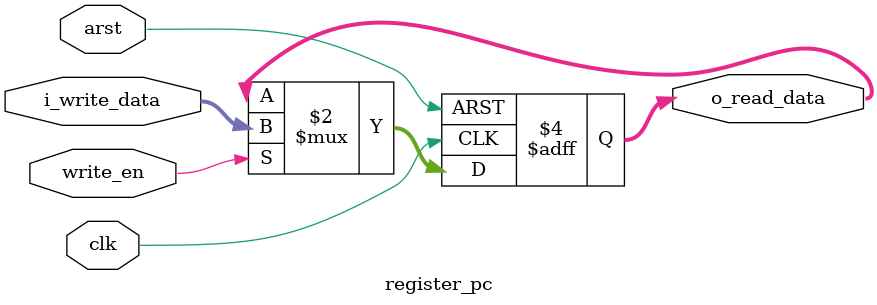
<source format=sv>
/* Copyright (c) 2024 Maveric NU. All rights reserved. */

// ---------------------------------------------------------------------
// This is a nonarchitectural register with write enable signal for PC.
// ---------------------------------------------------------------------

module register_pc
// Parameters.
#(
    parameter DATA_WIDTH = 32
)
// Port decleration.
(
    // Common clock & enable signal.
    input  logic                      clk,
    input  logic                      write_en,
    input  logic                      arst,

    //Input interface.
    input  logic [ DATA_WIDTH - 1:0 ] i_write_data,

    // Output interface.
    output logic [ DATA_WIDTH - 1:0 ] o_read_data
);

    // Write logic.
    always_ff @( posedge clk, posedge arst ) begin
        if ( arst ) o_read_data <= 32'h3000_0000;
        else if ( write_en ) begin
            o_read_data <= i_write_data;
        end
    end

endmodule

</source>
